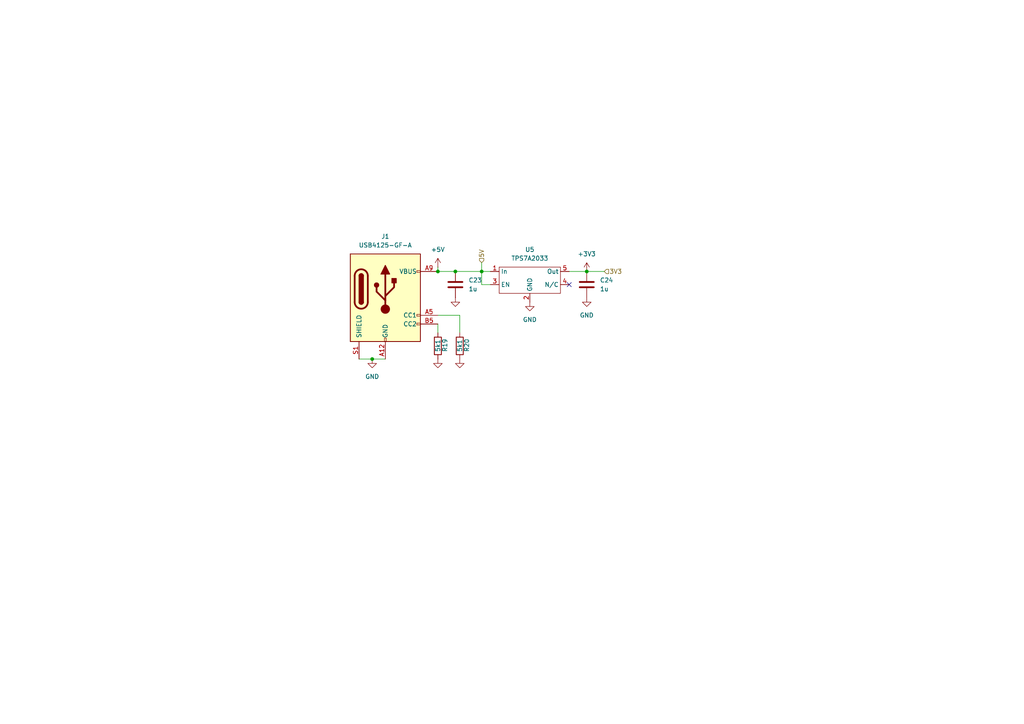
<source format=kicad_sch>
(kicad_sch (version 20250114) (generator "eeschema") (generator_version "9.0")
  (paper "A4")
  (lib_symbols
    (symbol "0_lib:TPS7A2033PDBVR"
      (property "Reference" "U" (at 0 8.636 0))
      (symbol "TPS7A2033PDBVR_0_1"
        (rectangle (start -8.89 7.62) (end 8.89 0))
      )
      (symbol "TPS7A2033PDBVR_1_1"
        (pin input line (at -11.43 6.35 0) (length 2.54) (name "In") (number "1"))
        (pin input line (at -11.43 2.54 0) (length 2.54) (name "EN") (number "3"))
        (pin input line (at 0 -2.54 90) (length 2.54) (name "GND") (number "2"))
        (pin input line (at 11.43 6.35 180) (length 2.54) (name "Out") (number "5"))
        (pin input line (at 11.43 2.54 180) (length 2.54) (name "N/C") (number "4"))
      )
    )
    (symbol "Connector:USB_C_Receptacle_PowerOnly_6P" (pin_names (offset 1.016))
      (property "Reference" "J" (at 0 16.51 0))
      (property "Value" "USB_C_Receptacle_PowerOnly_6P" (at 0 13.97 0))
      (symbol "USB_C_Receptacle_PowerOnly_6P_0_0"
        (rectangle (start -0.254 -12.7) (end 0.254 -11.684))
        (rectangle (start 10.16 7.874) (end 9.144 7.366))
        (rectangle (start 10.16 -4.826) (end 9.144 -5.334))
        (rectangle (start 10.16 -7.366) (end 9.144 -7.874))
      )
      (symbol "USB_C_Receptacle_PowerOnly_6P_0_1"
        (rectangle (start -10.16 12.7) (end 10.16 -12.7) (stroke (width 0.254)) (fill (type background)))
        (polyline (pts (xy -8.89 -1.27) (xy -8.89 6.35)) (stroke (width 0.508)))
        (rectangle (start -7.62 -1.27) (end -6.35 6.35) (stroke (width 0.254)) (fill (type outline)))
        (arc (start -7.62 6.35) (mid -6.985 6.9823) (end -6.35 6.35) (stroke (width 0.254)))
        (arc (start -7.62 6.35) (mid -6.985 6.9823) (end -6.35 6.35) (stroke (width 0.254)) (fill (type outline)))
        (arc (start -8.89 6.35) (mid -6.985 8.2467) (end -5.08 6.35) (stroke (width 0.508)))
        (arc (start -5.08 -1.27) (mid -6.985 -3.1667) (end -8.89 -1.27) (stroke (width 0.508)))
        (arc (start -6.35 -1.27) (mid -6.985 -1.9023) (end -7.62 -1.27) (stroke (width 0.254)))
        (arc (start -6.35 -1.27) (mid -6.985 -1.9023) (end -7.62 -1.27) (stroke (width 0.254)) (fill (type outline)))
        (polyline (pts (xy -5.08 6.35) (xy -5.08 -1.27)) (stroke (width 0.508)))
        (circle (center -2.54 3.683) (radius 0.635) (stroke (width 0.254)) (fill (type outline)))
        (polyline (pts (xy -1.27 6.858) (xy 0 9.398) (xy 1.27 6.858) (xy -1.27 6.858)) (stroke (width 0.254)) (fill (type outline)))
        (polyline (pts (xy 0 0.508) (xy 2.54 3.048) (xy 2.54 4.318)) (stroke (width 0.508)))
        (polyline (pts (xy 0 -0.762) (xy -2.54 1.778) (xy -2.54 3.048)) (stroke (width 0.508)))
        (polyline (pts (xy 0 -3.302) (xy 0 6.858)) (stroke (width 0.508)))
        (circle (center 0 -3.302) (radius 1.27) (fill (type outline)))
        (rectangle (start 1.905 4.318) (end 3.175 5.588) (stroke (width 0.254)) (fill (type outline)))
      )
      (symbol "USB_C_Receptacle_PowerOnly_6P_1_1"
        (pin passive line (at -7.62 -17.78 90) (length 5.08) (name "SHIELD") (number "S1"))
        (pin passive line (at 0 -17.78 90) (length 5.08) (name "GND") (number "A12"))
        (pin passive line (at 0 -17.78 90) (length 5.08) (hide yes) (name "GND") (number "B12"))
        (pin passive line (at 15.24 7.62 180) (length 5.08) (name "VBUS") (number "A9"))
        (pin passive line (at 15.24 7.62 180) (length 5.08) (hide yes) (name "VBUS") (number "B9"))
        (pin bidirectional line (at 15.24 -5.08 180) (length 5.08) (name "CC1") (number "A5"))
        (pin bidirectional line (at 15.24 -7.62 180) (length 5.08) (name "CC2") (number "B5"))
      )
    )
    (symbol "Device:C" (pin_numbers (hide yes)) (pin_names (offset 0.254))
      (property "Reference" "C" (at 0.635 2.54 0))
      (property "Value" "C" (at 0.635 -2.54 0))
      (symbol "C_0_1"
        (polyline (pts (xy -2.032 0.762) (xy 2.032 0.762)) (stroke (width 0.508)))
        (polyline (pts (xy -2.032 -0.762) (xy 2.032 -0.762)) (stroke (width 0.508)))
      )
      (symbol "C_1_1"
        (pin passive line (at 0 3.81 270) (length 2.794) (name "~") (number "1"))
        (pin passive line (at 0 -3.81 90) (length 2.794) (name "~") (number "2"))
      )
    )
    (symbol "Device:R" (pin_numbers (hide yes)) (pin_names (offset 0))
      (property "Reference" "R" (at 2.032 0 90))
      (property "Value" "R" (at 0 0 90))
      (symbol "R_0_1"
        (rectangle (start -1.016 -2.54) (end 1.016 2.54) (stroke (width 0.254)))
      )
      (symbol "R_1_1"
        (pin passive line (at 0 3.81 270) (length 1.27) (name "~") (number "1"))
        (pin passive line (at 0 -3.81 90) (length 1.27) (name "~") (number "2"))
      )
    )
    (symbol "power:+3V3" (power) (pin_numbers (hide yes)) (pin_names (offset 0) (hide yes))
      (property "Value" "+3V3" (at 0 3.556 0))
      (symbol "+3V3_0_1"
        (polyline (pts (xy -0.762 1.27) (xy 0 2.54)))
        (polyline (pts (xy 0 2.54) (xy 0.762 1.27)))
        (polyline (pts (xy 0 0) (xy 0 2.54)))
      )
      (symbol "+3V3_1_1"
        (pin power_in line (at 0 0 90) (length 0) (name "~") (number "1"))
      )
    )
    (symbol "power:+5V" (power) (pin_numbers (hide yes)) (pin_names (offset 0) (hide yes))
      (property "Value" "+5V" (at 0 3.556 0))
      (symbol "+5V_0_1"
        (polyline (pts (xy -0.762 1.27) (xy 0 2.54)))
        (polyline (pts (xy 0 2.54) (xy 0.762 1.27)))
        (polyline (pts (xy 0 0) (xy 0 2.54)))
      )
      (symbol "+5V_1_1"
        (pin power_in line (at 0 0 90) (length 0) (name "~") (number "1"))
      )
    )
    (symbol "power:GND" (power) (pin_numbers (hide yes)) (pin_names (offset 0) (hide yes))
      (property "Value" "GND" (at 0 -3.81 0))
      (symbol "GND_0_1"
        (polyline (pts (xy 0 0) (xy 0 -1.27) (xy 1.27 -1.27) (xy 0 -2.54) (xy -1.27 -1.27) (xy 0 -1.27)))
      )
      (symbol "GND_1_1"
        (pin power_in line (at 0 0 270) (length 0) (name "~") (number "1"))
      )
    )
  )
  (junction (at 170.18 78.74))
  (junction (at 107.95 104.14))
  (junction (at 132.08 78.74))
  (junction (at 127 78.74))
  (junction (at 139.7 78.74))
  (no_connect (at 165.1 82.55))
  (wire (pts (xy 165.1 78.74) (xy 170.18 78.74)))
  (wire (pts (xy 142.24 82.55) (xy 139.7 82.55)))
  (wire (pts (xy 127 93.98) (xy 127 96.52)))
  (wire (pts (xy 127 78.74) (xy 132.08 78.74)))
  (wire (pts (xy 127 91.44) (xy 133.35 91.44)))
  (wire (pts (xy 142.24 78.74) (xy 139.7 78.74)))
  (wire (pts (xy 133.35 91.44) (xy 133.35 96.52)))
  (wire (pts (xy 132.08 78.74) (xy 139.7 78.74)))
  (wire (pts (xy 139.7 82.55) (xy 139.7 78.74)))
  (wire (pts (xy 107.95 104.14) (xy 111.76 104.14)))
  (wire (pts (xy 127 78.74) (xy 127 77.47)))
  (wire (pts (xy 104.14 104.14) (xy 107.95 104.14)))
  (wire (pts (xy 170.18 78.74) (xy 175.26 78.74)))
  (wire (pts (xy 139.7 76.2) (xy 139.7 78.74)))
  (hierarchical_label "5V" (shape input) (at 139.7 76.2 90))
  (hierarchical_label "3V3" (shape input) (at 175.26 78.74 0))
  (symbol (lib_id "Device:C") (at 170.18 82.55 0) (unit 1)
    (property "Reference" "C24" (at 173.99 81.2799 0) (effects (justify left)))
    (property "Value" "1u" (at 173.99 83.8199 0) (effects (justify left)))
    (property "Footprint" "Capacitor_SMD:C_0402_1005Metric" (effects (hide yes)))
    (property "Description" "Unpolarized capacitor" (effects (hide yes)))
  )
  (symbol (lib_id "Device:R") (at 133.35 100.33 0) (unit 1)
    (property "Reference" "R20" (at 135.382 102.108 90) (effects (justify left)))
    (property "Value" "5k1" (at 133.35 102.108 90) (effects (justify left)))
    (property "Footprint" "Resistor_SMD:R_0402_1005Metric" (effects (hide yes)))
    (property "Description" "Resistor" (effects (hide yes)))
  )
  (symbol (lib_id "power:GND") (at 133.35 104.14 0) (unit 1)
    (property "Reference" "#PWR042" (effects (hide yes)))
    (property "Value" "GND" (effects (hide yes)))
    (property "Description" "Power symbol creates a global label with name \"GND\" , ground" (effects (hide yes)))
  )
  (symbol (lib_id "power:GND") (at 132.08 86.36 0) (unit 1)
    (property "Reference" "#PWR034" (effects (hide yes)))
    (property "Value" "GND" (effects (hide yes)))
    (property "Description" "Power symbol creates a global label with name \"GND\" , ground" (effects (hide yes)))
  )
  (symbol (lib_id "power:+3V3") (at 170.18 78.74 0) (unit 1)
    (property "Reference" "#PWR04" (effects (hide yes)))
    (property "Value" "+3V3" (at 170.18 73.66 0))
    (property "Description" "Power symbol creates a global label with name \"+3V3\"" (effects (hide yes)))
  )
  (symbol (lib_id "Device:C") (at 132.08 82.55 0) (unit 1)
    (property "Reference" "C23" (at 135.89 81.2799 0) (effects (justify left)))
    (property "Value" "1u" (at 135.89 83.8199 0) (effects (justify left)))
    (property "Footprint" "Capacitor_SMD:C_0402_1005Metric" (effects (hide yes)))
    (property "Description" "Unpolarized capacitor" (effects (hide yes)))
  )
  (symbol (lib_id "power:GND") (at 127 104.14 0) (unit 1)
    (property "Reference" "#PWR041" (effects (hide yes)))
    (property "Value" "GND" (effects (hide yes)))
    (property "Description" "Power symbol creates a global label with name \"GND\" , ground" (effects (hide yes)))
  )
  (symbol (lib_id "0_lib:TPS7A2033PDBVR") (at 153.67 85.09 0) (unit 1)
    (property "Reference" "U5" (at 153.67 72.39 0))
    (property "Value" "TPS7A2033" (at 153.67 74.93 0))
    (property "Footprint" "Package_TO_SOT_SMD:SOT-23-5" (effects (hide yes)))
  )
  (symbol (lib_id "power:GND") (at 153.67 87.63 0) (unit 1)
    (property "Reference" "#PWR033" (effects (hide yes)))
    (property "Value" "GND" (at 153.67 92.71 0))
    (property "Description" "Power symbol creates a global label with name \"GND\" , ground" (effects (hide yes)))
  )
  (symbol (lib_id "power:+5V") (at 127 77.47 0) (unit 1)
    (property "Reference" "#PWR02" (effects (hide yes)))
    (property "Value" "+5V" (at 127 72.39 0))
    (property "Description" "Power symbol creates a global label with name \"+5V\"" (effects (hide yes)))
  )
  (symbol (lib_id "power:GND") (at 107.95 104.14 0) (unit 1)
    (property "Reference" "#PWR01" (effects (hide yes)))
    (property "Value" "GND" (at 107.95 109.22 0))
    (property "Description" "Power symbol creates a global label with name \"GND\" , ground" (effects (hide yes)))
  )
  (symbol (lib_id "Device:R") (at 127 100.33 0) (unit 1)
    (property "Reference" "R19" (at 129.032 102.108 90) (effects (justify left)))
    (property "Value" "5k1" (at 127 102.108 90) (effects (justify left)))
    (property "Footprint" "Resistor_SMD:R_0402_1005Metric" (effects (hide yes)))
    (property "Description" "Resistor" (effects (hide yes)))
  )
  (symbol (lib_id "power:GND") (at 170.18 86.36 0) (unit 1)
    (property "Reference" "#PWR035" (effects (hide yes)))
    (property "Value" "GND" (at 170.18 91.44 0))
    (property "Description" "Power symbol creates a global label with name \"GND\" , ground" (effects (hide yes)))
  )
  (symbol (lib_id "Connector:USB_C_Receptacle_PowerOnly_6P") (at 111.76 86.36 0) (unit 1)
    (property "Reference" "J1" (at 111.76 68.58 0))
    (property "Value" "USB4125-GF-A" (at 111.76 71.12 0))
    (property "Footprint" "Connector_USB:USB_C_Receptacle_HRO_TYPE-C-31-M-17" (effects (hide yes)))
    (property "Datasheet" "https://www.usb.org/sites/default/files/documents/usb_type-c.zip" (effects (hide yes)))
    (property "Description" "USB Power-Only 6P Type-C Receptacle connector" (effects (hide yes)))
  )
)
</source>
